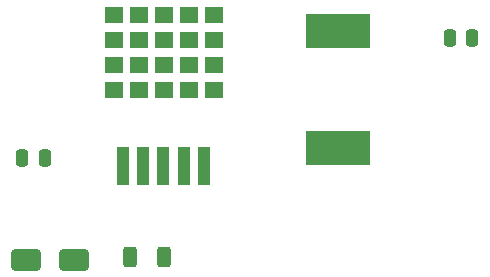
<source format=gbr>
%TF.GenerationSoftware,KiCad,Pcbnew,9.0.3*%
%TF.CreationDate,2026-02-07T01:57:28+05:30*%
%TF.ProjectId,dc dc boost converter,64632064-6320-4626-9f6f-737420636f6e,rev?*%
%TF.SameCoordinates,Original*%
%TF.FileFunction,Paste,Top*%
%TF.FilePolarity,Positive*%
%FSLAX46Y46*%
G04 Gerber Fmt 4.6, Leading zero omitted, Abs format (unit mm)*
G04 Created by KiCad (PCBNEW 9.0.3) date 2026-02-07 01:57:28*
%MOMM*%
%LPD*%
G01*
G04 APERTURE LIST*
G04 Aperture macros list*
%AMRoundRect*
0 Rectangle with rounded corners*
0 $1 Rounding radius*
0 $2 $3 $4 $5 $6 $7 $8 $9 X,Y pos of 4 corners*
0 Add a 4 corners polygon primitive as box body*
4,1,4,$2,$3,$4,$5,$6,$7,$8,$9,$2,$3,0*
0 Add four circle primitives for the rounded corners*
1,1,$1+$1,$2,$3*
1,1,$1+$1,$4,$5*
1,1,$1+$1,$6,$7*
1,1,$1+$1,$8,$9*
0 Add four rect primitives between the rounded corners*
20,1,$1+$1,$2,$3,$4,$5,0*
20,1,$1+$1,$4,$5,$6,$7,0*
20,1,$1+$1,$6,$7,$8,$9,0*
20,1,$1+$1,$8,$9,$2,$3,0*%
G04 Aperture macros list end*
%ADD10C,0.010000*%
%ADD11RoundRect,0.250000X-0.250000X-0.475000X0.250000X-0.475000X0.250000X0.475000X-0.250000X0.475000X0*%
%ADD12R,5.400000X2.900000*%
%ADD13RoundRect,0.250000X-1.000000X-0.650000X1.000000X-0.650000X1.000000X0.650000X-1.000000X0.650000X0*%
%ADD14RoundRect,0.250000X-0.312500X-0.625000X0.312500X-0.625000X0.312500X0.625000X-0.312500X0.625000X0*%
%ADD15R,1.050000X3.210000*%
G04 APERTURE END LIST*
D10*
%TO.C,VR1*%
X131090000Y-104650000D02*
X129670000Y-104650000D01*
X129670000Y-103390000D01*
X131090000Y-103390000D01*
X131090000Y-104650000D01*
G36*
X131090000Y-104650000D02*
G01*
X129670000Y-104650000D01*
X129670000Y-103390000D01*
X131090000Y-103390000D01*
X131090000Y-104650000D01*
G37*
X131090000Y-106770000D02*
X129670000Y-106770000D01*
X129670000Y-105510000D01*
X131090000Y-105510000D01*
X131090000Y-106770000D01*
G36*
X131090000Y-106770000D02*
G01*
X129670000Y-106770000D01*
X129670000Y-105510000D01*
X131090000Y-105510000D01*
X131090000Y-106770000D01*
G37*
X131090000Y-108890000D02*
X129670000Y-108890000D01*
X129670000Y-107630000D01*
X131090000Y-107630000D01*
X131090000Y-108890000D01*
G36*
X131090000Y-108890000D02*
G01*
X129670000Y-108890000D01*
X129670000Y-107630000D01*
X131090000Y-107630000D01*
X131090000Y-108890000D01*
G37*
X131090000Y-111010000D02*
X129670000Y-111010000D01*
X129670000Y-109750000D01*
X131090000Y-109750000D01*
X131090000Y-111010000D01*
G36*
X131090000Y-111010000D02*
G01*
X129670000Y-111010000D01*
X129670000Y-109750000D01*
X131090000Y-109750000D01*
X131090000Y-111010000D01*
G37*
X133200000Y-104650000D02*
X131780000Y-104650000D01*
X131780000Y-103390000D01*
X133200000Y-103390000D01*
X133200000Y-104650000D01*
G36*
X133200000Y-104650000D02*
G01*
X131780000Y-104650000D01*
X131780000Y-103390000D01*
X133200000Y-103390000D01*
X133200000Y-104650000D01*
G37*
X133200000Y-106770000D02*
X131780000Y-106770000D01*
X131780000Y-105510000D01*
X133200000Y-105510000D01*
X133200000Y-106770000D01*
G36*
X133200000Y-106770000D02*
G01*
X131780000Y-106770000D01*
X131780000Y-105510000D01*
X133200000Y-105510000D01*
X133200000Y-106770000D01*
G37*
X133200000Y-108890000D02*
X131780000Y-108890000D01*
X131780000Y-107630000D01*
X133200000Y-107630000D01*
X133200000Y-108890000D01*
G36*
X133200000Y-108890000D02*
G01*
X131780000Y-108890000D01*
X131780000Y-107630000D01*
X133200000Y-107630000D01*
X133200000Y-108890000D01*
G37*
X133200000Y-111010000D02*
X131780000Y-111010000D01*
X131780000Y-109750000D01*
X133200000Y-109750000D01*
X133200000Y-111010000D01*
G36*
X133200000Y-111010000D02*
G01*
X131780000Y-111010000D01*
X131780000Y-109750000D01*
X133200000Y-109750000D01*
X133200000Y-111010000D01*
G37*
X135310000Y-104650000D02*
X133890000Y-104650000D01*
X133890000Y-103390000D01*
X135310000Y-103390000D01*
X135310000Y-104650000D01*
G36*
X135310000Y-104650000D02*
G01*
X133890000Y-104650000D01*
X133890000Y-103390000D01*
X135310000Y-103390000D01*
X135310000Y-104650000D01*
G37*
X135310000Y-106770000D02*
X133890000Y-106770000D01*
X133890000Y-105510000D01*
X135310000Y-105510000D01*
X135310000Y-106770000D01*
G36*
X135310000Y-106770000D02*
G01*
X133890000Y-106770000D01*
X133890000Y-105510000D01*
X135310000Y-105510000D01*
X135310000Y-106770000D01*
G37*
X135310000Y-108890000D02*
X133890000Y-108890000D01*
X133890000Y-107630000D01*
X135310000Y-107630000D01*
X135310000Y-108890000D01*
G36*
X135310000Y-108890000D02*
G01*
X133890000Y-108890000D01*
X133890000Y-107630000D01*
X135310000Y-107630000D01*
X135310000Y-108890000D01*
G37*
X135310000Y-111010000D02*
X133890000Y-111010000D01*
X133890000Y-109750000D01*
X135310000Y-109750000D01*
X135310000Y-111010000D01*
G36*
X135310000Y-111010000D02*
G01*
X133890000Y-111010000D01*
X133890000Y-109750000D01*
X135310000Y-109750000D01*
X135310000Y-111010000D01*
G37*
X137420000Y-104650000D02*
X136000000Y-104650000D01*
X136000000Y-103390000D01*
X137420000Y-103390000D01*
X137420000Y-104650000D01*
G36*
X137420000Y-104650000D02*
G01*
X136000000Y-104650000D01*
X136000000Y-103390000D01*
X137420000Y-103390000D01*
X137420000Y-104650000D01*
G37*
X137420000Y-106770000D02*
X136000000Y-106770000D01*
X136000000Y-105510000D01*
X137420000Y-105510000D01*
X137420000Y-106770000D01*
G36*
X137420000Y-106770000D02*
G01*
X136000000Y-106770000D01*
X136000000Y-105510000D01*
X137420000Y-105510000D01*
X137420000Y-106770000D01*
G37*
X137420000Y-108890000D02*
X136000000Y-108890000D01*
X136000000Y-107630000D01*
X137420000Y-107630000D01*
X137420000Y-108890000D01*
G36*
X137420000Y-108890000D02*
G01*
X136000000Y-108890000D01*
X136000000Y-107630000D01*
X137420000Y-107630000D01*
X137420000Y-108890000D01*
G37*
X137420000Y-111010000D02*
X136000000Y-111010000D01*
X136000000Y-109750000D01*
X137420000Y-109750000D01*
X137420000Y-111010000D01*
G36*
X137420000Y-111010000D02*
G01*
X136000000Y-111010000D01*
X136000000Y-109750000D01*
X137420000Y-109750000D01*
X137420000Y-111010000D01*
G37*
X139530000Y-104650000D02*
X138110000Y-104650000D01*
X138110000Y-103390000D01*
X139530000Y-103390000D01*
X139530000Y-104650000D01*
G36*
X139530000Y-104650000D02*
G01*
X138110000Y-104650000D01*
X138110000Y-103390000D01*
X139530000Y-103390000D01*
X139530000Y-104650000D01*
G37*
X139530000Y-106770000D02*
X138110000Y-106770000D01*
X138110000Y-105510000D01*
X139530000Y-105510000D01*
X139530000Y-106770000D01*
G36*
X139530000Y-106770000D02*
G01*
X138110000Y-106770000D01*
X138110000Y-105510000D01*
X139530000Y-105510000D01*
X139530000Y-106770000D01*
G37*
X139530000Y-108890000D02*
X138110000Y-108890000D01*
X138110000Y-107630000D01*
X139530000Y-107630000D01*
X139530000Y-108890000D01*
G36*
X139530000Y-108890000D02*
G01*
X138110000Y-108890000D01*
X138110000Y-107630000D01*
X139530000Y-107630000D01*
X139530000Y-108890000D01*
G37*
X139530000Y-111010000D02*
X138110000Y-111010000D01*
X138110000Y-109750000D01*
X139530000Y-109750000D01*
X139530000Y-111010000D01*
G36*
X139530000Y-111010000D02*
G01*
X138110000Y-111010000D01*
X138110000Y-109750000D01*
X139530000Y-109750000D01*
X139530000Y-111010000D01*
G37*
%TD*%
D11*
%TO.C,C3*%
X158850000Y-106000000D03*
X160750000Y-106000000D03*
%TD*%
D12*
%TO.C,L1*%
X149400000Y-115350000D03*
X149400000Y-105450000D03*
%TD*%
D11*
%TO.C,C2*%
X122650000Y-116200000D03*
X124550000Y-116200000D03*
%TD*%
D13*
%TO.C,D1*%
X123000000Y-124800000D03*
X127000000Y-124800000D03*
%TD*%
D14*
%TO.C,R1*%
X131737500Y-124600000D03*
X134662500Y-124600000D03*
%TD*%
D15*
%TO.C,VR1*%
X131200000Y-116830000D03*
X132900000Y-116830000D03*
X134600000Y-116830000D03*
X136300000Y-116830000D03*
X138000000Y-116830000D03*
%TD*%
M02*

</source>
